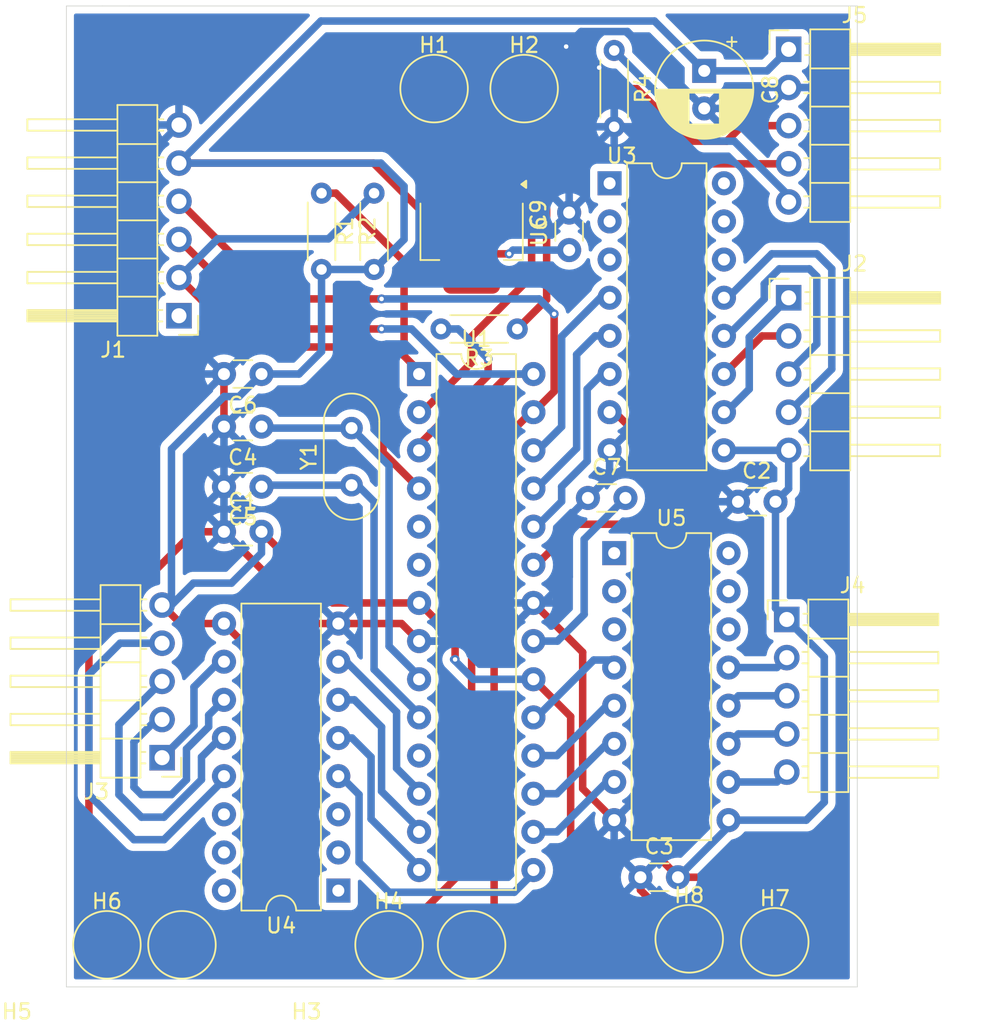
<source format=kicad_pcb>
(kicad_pcb (version 20240108) (generator "pcbnew") (generator_version "8.0")
  (layers (0 "F.Cu" signal) (31 "B.Cu" signal) (34 "B.Paste" user) (35 "F.Paste" user) (36 "B.SilkS" user "B.Silkscreen") (37 "F.SilkS" user "F.Silkscreen") (38 "B.Mask" user) (39 "F.Mask" user) (44 "Edge.Cuts" user))
  (net 0 "")
  (net 1 "+5V")
  (net 2 "GND")
  (net 3 "Net-(U1-XTAL1{slash}PB6)")
  (net 4 "Net-(U1-XTAL2{slash}PB7)")
  (net 5 "Net-(U1-AREF)")
  (net 6 "VCC")
  (net 7 "SDA")
  (net 8 "SCL")
  (net 10 "INT")
  (net 11 "Net-(J2-Pin_1)")
  (net 12 "Net-(J2-Pin_3)")
  (net 13 "Net-(J2-Pin_4)")
  (net 14 "Net-(J2-Pin_2)")
  (net 15 "Net-(J3-Pin_4)")
  (net 16 "Net-(J3-Pin_1)")
  (net 17 "Net-(J3-Pin_2)")
  (net 18 "Net-(J3-Pin_3)")
  (net 19 "Net-(J4-Pin_3)")
  (net 20 "Net-(J4-Pin_4)")
  (net 21 "Net-(J4-Pin_2)")
  (net 22 "Net-(J4-Pin_5)")
  (net 23 "TX")
  (net 24 "Net-(J5-Pin_4)")
  (net 25 "Net-(J5-Pin_5)")
  (net 26 "Net-(U1-~{RESET}{slash}PC6)")
  (net 27 "RX")
  (net 28 "M1_2B")
  (net 30 "M1_1B")
  (net 32 "M3_4B")
  (net 33 "M1_4B")
  (net 34 "M2_4B")
  (net 35 "M2_1B")
  (net 36 "M2_2B")
  (net 37 "M2_3B")
  (net 39 "M3_3B")
  (net 40 "M3_2B")
  (net 41 "M3_1B")
  (net 42 "M1_3B")
  (footprint "Package_DIP:CERDIP-16_W7.62mm_SideBrazed" (layer "F.Cu") (at 210.695 72.8)
    (property "Reference" "U3" (at 0.81 -1.83 0) (layer "F.SilkS"))
    (property "Value" "ULN2003")
    (pad "1" thru_hole rect (at 0 0) (size 1.6 1.6) (drill 0.8) (layers "*.Cu" "*.Mask"))
    (pad "2" thru_hole circle (at 0 2.54) (size 1.6 1.6) (drill 0.8) (layers "*.Cu" "*.Mask"))
    (pad "3" thru_hole circle (at 0 5.08) (size 1.6 1.6) (drill 0.8) (layers "*.Cu" "*.Mask"))
    (pad "4" thru_hole circle (at 0 7.62) (size 1.6 1.6) (drill 0.8) (layers "*.Cu" "*.Mask") (net 33 "M1_4B"))
    (pad "5" thru_hole circle (at 0 10.16) (size 1.6 1.6) (drill 0.8) (layers "*.Cu" "*.Mask") (net 42 "M1_3B"))
    (pad "6" thru_hole circle (at 0 12.7) (size 1.6 1.6) (drill 0.8) (layers "*.Cu" "*.Mask") (net 28 "M1_2B"))
    (pad "7" thru_hole circle (at 0 15.24) (size 1.6 1.6) (drill 0.8) (layers "*.Cu" "*.Mask") (net 30 "M1_1B"))
    (pad "8" thru_hole circle (at 0 17.78) (size 1.6 1.6) (drill 0.8) (layers "*.Cu" "*.Mask") (net 2 "GND"))
    (pad "9" thru_hole circle (at 7.62 17.78) (size 1.6 1.6) (drill 0.8) (layers "*.Cu" "*.Mask") (net 1 "+5V"))
    (pad "10" thru_hole circle (at 7.62 15.24) (size 1.6 1.6) (drill 0.8) (layers "*.Cu" "*.Mask") (net 11 "Net-(J2-Pin_1)"))
    (pad "11" thru_hole circle (at 7.62 12.7) (size 1.6 1.6) (drill 0.8) (layers "*.Cu" "*.Mask") (net 14 "Net-(J2-Pin_2)"))
    (pad "12" thru_hole circle (at 7.62 10.16) (size 1.6 1.6) (drill 0.8) (layers "*.Cu" "*.Mask") (net 12 "Net-(J2-Pin_3)"))
    (pad "13" thru_hole circle (at 7.62 7.62) (size 1.6 1.6) (drill 0.8) (layers "*.Cu" "*.Mask") (net 13 "Net-(J2-Pin_4)"))
    (pad "14" thru_hole circle (at 7.62 5.08) (size 1.6 1.6) (drill 0.8) (layers "*.Cu" "*.Mask"))
    (pad "15" thru_hole circle (at 7.62 2.54) (size 1.6 1.6) (drill 0.8) (layers "*.Cu" "*.Mask"))
    (pad "16" thru_hole circle (at 7.62 0) (size 1.6 1.6) (drill 0.8) (layers "*.Cu" "*.Mask"))
  )
  (footprint "Resistor_THT:R_Axial_DIN0204_L3.6mm_D1.6mm_P5.08mm_Horizontal" (layer "F.Cu") (at 204.54 82.5 180)
    (property "Reference" "R3" (at 2.54 -1.92 180) (layer "F.SilkS"))
    (property "Value" "1k")
    (pad "1" thru_hole circle (at 0 0 180) (size 1.4 1.4) (drill 0.7) (layers "*.Cu" "*.Mask") (net 24 "Net-(J5-Pin_4)"))
    (pad "2" thru_hole oval (at 5.08 0 180) (size 1.4 1.4) (drill 0.7) (layers "*.Cu" "*.Mask") (net 27 "RX"))
  )
  (footprint "Resistor_THT:R_Axial_DIN0204_L3.6mm_D1.6mm_P5.08mm_Horizontal" (layer "F.Cu") (at 211 63.96 -90)
    (property "Reference" "R4" (at 2.54 -1.92 90) (layer "F.SilkS"))
    (property "Value" "2.2k")
    (pad "1" thru_hole circle (at 0 0 270) (size 1.4 1.4) (drill 0.7) (layers "*.Cu" "*.Mask") (net 25 "Net-(J5-Pin_5)"))
    (pad "2" thru_hole oval (at 5.08 0 270) (size 1.4 1.4) (drill 0.7) (layers "*.Cu" "*.Mask") (net 2 "GND"))
  )
  (footprint "TestPoint:TestPoint_Pad_D4.0mm" (layer "F.Cu") (at 182.2 123.5)
    (property "Reference" "H5" (at -11 4.442 0) (layer "F.SilkS"))
    (property "Value" "MountingHole_Pad")
    (pad "1" smd circle (at 0 0) (size 4 4) (layers "F.Cu" "F.Mask") (net 1 "+5V"))
  )
  (footprint "TestPoint:TestPoint_Pad_D4.0mm" (layer "F.Cu") (at 201.5 123.5)
    (property "Reference" "H3" (at -11 4.442 0) (layer "F.SilkS"))
    (property "Value" "MountingHole_Pad")
    (pad "1" smd circle (at 0 0) (size 4 4) (layers "F.Cu" "F.Mask") (net 7 "SDA"))
  )
  (footprint "Resistor_THT:R_Axial_DIN0204_L3.6mm_D1.6mm_P5.08mm_Horizontal" (layer "F.Cu") (at 191.5 73.46 -90)
    (property "Reference" "R2" (at 2.54 -3.07 90) (layer "F.SilkS"))
    (property "Value" "10k")
    (pad "1" thru_hole circle (at 0 0 270) (size 1.4 1.4) (drill 0.7) (layers "*.Cu" "*.Mask") (net 26 "Net-(U1-~{RESET}{slash}PC6)"))
    (pad "2" thru_hole oval (at 5.08 0 270) (size 1.4 1.4) (drill 0.7) (layers "*.Cu" "*.Mask") (net 1 "+5V"))
  )
  (footprint "Capacitor_THT:C_Disc_D3.0mm_W1.6mm_P2.50mm" (layer "F.Cu") (at 209.25 93.75)
    (property "Reference" "C7" (at 1.25 -2.05 0) (layer "F.SilkS"))
    (property "Value" "100nF")
    (pad "1" thru_hole circle (at 0 0) (size 1.6 1.6) (drill 0.8) (layers "*.Cu" "*.Mask") (net 2 "GND"))
    (pad "2" thru_hole circle (at 2.5 0) (size 1.6 1.6) (drill 0.8) (layers "*.Cu" "*.Mask") (net 5 "Net-(U1-AREF)"))
  )
  (footprint "Capacitor_THT:C_Disc_D3.0mm_W1.6mm_P2.50mm" (layer "F.Cu") (at 187.5 85.5 180)
    (property "Reference" "C6" (at 1.25 -2.05 180) (layer "F.SilkS"))
    (property "Value" "100nF")
    (pad "1" thru_hole circle (at 0 0 180) (size 1.6 1.6) (drill 0.8) (layers "*.Cu" "*.Mask") (net 1 "+5V"))
    (pad "2" thru_hole circle (at 2.5 0 180) (size 1.6 1.6) (drill 0.8) (layers "*.Cu" "*.Mask") (net 2 "GND"))
  )
  (footprint "Capacitor_THT:C_Disc_D3.0mm_W1.6mm_P2.50mm" (layer "F.Cu") (at 185 96)
    (property "Reference" "C1" (at 1.25 -2.05 0) (layer "F.SilkS"))
    (property "Value" "100nF")
    (pad "1" thru_hole circle (at 0 0) (size 1.6 1.6) (drill 0.8) (layers "*.Cu" "*.Mask") (net 2 "GND"))
    (pad "2" thru_hole circle (at 2.5 0) (size 1.6 1.6) (drill 0.8) (layers "*.Cu" "*.Mask") (net 1 "+5V"))
  )
  (footprint "TestPoint:TestPoint_Pad_D4.0mm" (layer "F.Cu") (at 196 123.5)
    (property "Reference" "H4" (at 0 -2.898 0) (layer "F.SilkS"))
    (property "Value" "MountingHole_Pad")
    (pad "1" smd circle (at 0 0) (size 4 4) (layers "F.Cu" "F.Mask") (net 8 "SCL"))
  )
  (footprint "TestPoint:TestPoint_Pad_D4.0mm" (layer "F.Cu") (at 216 123.1)
    (property "Reference" "H8" (at 0 -2.898 0) (layer "F.SilkS"))
    (property "Value" "MountingHole_Pad")
    (pad "1" smd circle (at 0 0) (size 4 4) (layers "F.Cu" "F.Mask") (net 2 "GND"))
  )
  (footprint "Connector_PinHeader_2.54mm:PinHeader_1x05_P2.54mm_Horizontal" (layer "F.Cu") (at 222.5 101.84)
    (property "Reference" "J4" (at 4.385 -2.27 0) (layer "F.SilkS"))
    (property "Value" "Conn_01x05_Pin")
    (pad "1" thru_hole rect (at 0 0) (size 1.7 1.7) (drill 1) (layers "*.Cu" "*.Mask") (net 1 "+5V"))
    (pad "2" thru_hole oval (at 0 2.54) (size 1.7 1.7) (drill 1) (layers "*.Cu" "*.Mask") (net 21 "Net-(J4-Pin_2)"))
    (pad "3" thru_hole oval (at 0 5.08) (size 1.7 1.7) (drill 1) (layers "*.Cu" "*.Mask") (net 19 "Net-(J4-Pin_3)"))
    (pad "4" thru_hole oval (at 0 7.62) (size 1.7 1.7) (drill 1) (layers "*.Cu" "*.Mask") (net 20 "Net-(J4-Pin_4)"))
    (pad "5" thru_hole oval (at 0 10.16) (size 1.7 1.7) (drill 1) (layers "*.Cu" "*.Mask") (net 22 "Net-(J4-Pin_5)"))
  )
  (footprint "Package_DIP:CERDIP-16_W7.62mm_SideBrazed" (layer "F.Cu") (at 211 97.42)
    (property "Reference" "U5" (at 3.81 -2.33 0) (layer "F.SilkS"))
    (property "Value" "ULN2003")
    (pad "1" thru_hole rect (at 0 0) (size 1.6 1.6) (drill 0.8) (layers "*.Cu" "*.Mask"))
    (pad "2" thru_hole circle (at 0 2.54) (size 1.6 1.6) (drill 0.8) (layers "*.Cu" "*.Mask"))
    (pad "3" thru_hole circle (at 0 5.08) (size 1.6 1.6) (drill 0.8) (layers "*.Cu" "*.Mask"))
    (pad "4" thru_hole circle (at 0 7.62) (size 1.6 1.6) (drill 0.8) (layers "*.Cu" "*.Mask") (net 32 "M3_4B"))
    (pad "5" thru_hole circle (at 0 10.16) (size 1.6 1.6) (drill 0.8) (layers "*.Cu" "*.Mask") (net 39 "M3_3B"))
    (pad "6" thru_hole circle (at 0 12.7) (size 1.6 1.6) (drill 0.8) (layers "*.Cu" "*.Mask") (net 40 "M3_2B"))
    (pad "7" thru_hole circle (at 0 15.24) (size 1.6 1.6) (drill 0.8) (layers "*.Cu" "*.Mask") (net 41 "M3_1B"))
    (pad "8" thru_hole circle (at 0 17.78) (size 1.6 1.6) (drill 0.8) (layers "*.Cu" "*.Mask") (net 2 "GND"))
    (pad "9" thru_hole circle (at 7.62 17.78) (size 1.6 1.6) (drill 0.8) (layers "*.Cu" "*.Mask") (net 1 "+5V"))
    (pad "10" thru_hole circle (at 7.62 15.24) (size 1.6 1.6) (drill 0.8) (layers "*.Cu" "*.Mask") (net 22 "Net-(J4-Pin_5)"))
    (pad "11" thru_hole circle (at 7.62 12.7) (size 1.6 1.6) (drill 0.8) (layers "*.Cu" "*.Mask") (net 20 "Net-(J4-Pin_4)"))
    (pad "12" thru_hole circle (at 7.62 10.16) (size 1.6 1.6) (drill 0.8) (layers "*.Cu" "*.Mask") (net 19 "Net-(J4-Pin_3)"))
    (pad "13" thru_hole circle (at 7.62 7.62) (size 1.6 1.6) (drill 0.8) (layers "*.Cu" "*.Mask") (net 21 "Net-(J4-Pin_2)"))
    (pad "14" thru_hole circle (at 7.62 5.08) (size 1.6 1.6) (drill 0.8) (layers "*.Cu" "*.Mask"))
    (pad "15" thru_hole circle (at 7.62 2.54) (size 1.6 1.6) (drill 0.8) (layers "*.Cu" "*.Mask"))
    (pad "16" thru_hole circle (at 7.62 0) (size 1.6 1.6) (drill 0.8) (layers "*.Cu" "*.Mask"))
  )
  (footprint "TestPoint:TestPoint_Pad_D4.0mm" (layer "F.Cu") (at 199 66.5)
    (property "Reference" "H1" (at 0 -2.898 0) (layer "F.SilkS"))
    (property "Value" "MountingHole_Pad")
    (pad "1" smd circle (at 0 0) (size 4 4) (layers "F.Cu" "F.Mask") (net 6 "VCC"))
  )
  (footprint "Package_DIP:CERDIP-16_W7.62mm_SideBrazed" (layer "F.Cu") (at 192.62 119.89 180)
    (property "Reference" "U4" (at 3.81 -2.33 180) (layer "F.SilkS"))
    (property "Value" "ULN2003")
    (pad "1" thru_hole rect (at 0 0 180) (size 1.6 1.6) (drill 0.8) (layers "*.Cu" "*.Mask"))
    (pad "2" thru_hole circle (at 0 2.54 180) (size 1.6 1.6) (drill 0.8) (layers "*.Cu" "*.Mask"))
    (pad "3" thru_hole circle (at 0 5.08 180) (size 1.6 1.6) (drill 0.8) (layers "*.Cu" "*.Mask"))
    (pad "4" thru_hole circle (at 0 7.62 180) (size 1.6 1.6) (drill 0.8) (layers "*.Cu" "*.Mask") (net 34 "M2_4B"))
    (pad "5" thru_hole circle (at 0 10.16 180) (size 1.6 1.6) (drill 0.8) (layers "*.Cu" "*.Mask") (net 37 "M2_3B"))
    (pad "6" thru_hole circle (at 0 12.7 180) (size 1.6 1.6) (drill 0.8) (layers "*.Cu" "*.Mask") (net 36 "M2_2B"))
    (pad "7" thru_hole circle (at 0 15.24 180) (size 1.6 1.6) (drill 0.8) (layers "*.Cu" "*.Mask") (net 35 "M2_1B"))
    (pad "8" thru_hole circle (at 0 17.78 180) (size 1.6 1.6) (drill 0.8) (layers "*.Cu" "*.Mask") (net 2 "GND"))
    (pad "9" thru_hole circle (at 7.62 17.78 180) (size 1.6 1.6) (drill 0.8) (layers "*.Cu" "*.Mask") (net 1 "+5V"))
    (pad "10" thru_hole circle (at 7.62 15.24 180) (size 1.6 1.6) (drill 0.8) (layers "*.Cu" "*.Mask") (net 16 "Net-(J3-Pin_1)"))
    (pad "11" thru_hole circle (at 7.62 12.7 180) (size 1.6 1.6) (drill 0.8) (layers "*.Cu" "*.Mask") (net 17 "Net-(J3-Pin_2)"))
    (pad "12" thru_hole circle (at 7.62 10.16 180) (size 1.6 1.6) (drill 0.8) (layers "*.Cu" "*.Mask") (net 18 "Net-(J3-Pin_3)"))
    (pad "13" thru_hole circle (at 7.62 7.62 180) (size 1.6 1.6) (drill 0.8) (layers "*.Cu" "*.Mask") (net 15 "Net-(J3-Pin_4)"))
    (pad "14" thru_hole circle (at 7.62 5.08 180) (size 1.6 1.6) (drill 0.8) (layers "*.Cu" "*.Mask"))
    (pad "15" thru_hole circle (at 7.62 2.54 180) (size 1.6 1.6) (drill 0.8) (layers "*.Cu" "*.Mask"))
    (pad "16" thru_hole circle (at 7.62 0 180) (size 1.6 1.6) (drill 0.8) (layers "*.Cu" "*.Mask"))
  )
  (footprint "Capacitor_THT:C_Disc_D3.0mm_W1.6mm_P2.50mm" (layer "F.Cu") (at 212.75 119)
    (property "Reference" "C3" (at 1.25 -2.05 0) (layer "F.SilkS"))
    (property "Value" "100nF")
    (pad "1" thru_hole circle (at 0 0) (size 1.6 1.6) (drill 0.8) (layers "*.Cu" "*.Mask") (net 2 "GND"))
    (pad "2" thru_hole circle (at 2.5 0) (size 1.6 1.6) (drill 0.8) (layers "*.Cu" "*.Mask") (net 1 "+5V"))
  )
  (footprint "Capacitor_THT:CP_Radial_D6.3mm_P2.50mm" (layer "F.Cu") (at 217 65.317621 -90)
    (property "Reference" "C8" (at 1.25 -4.4 90) (layer "F.SilkS"))
    (property "Value" "10uF")
    (pad "1" thru_hole rect (at 0 0 270) (size 1.6 1.6) (drill 0.8) (layers "*.Cu" "*.Mask") (net 1 "+5V"))
    (pad "2" thru_hole circle (at 2.5 0 270) (size 1.6 1.6) (drill 0.8) (layers "*.Cu" "*.Mask") (net 2 "GND"))
  )
  (footprint "TestPoint:TestPoint_Pad_D4.0mm" (layer "F.Cu") (at 221.7 123.3)
    (property "Reference" "H7" (at 0 -2.898 0) (layer "F.SilkS"))
    (property "Value" "MountingHole_Pad")
    (pad "1" smd circle (at 0 0) (size 4 4) (layers "F.Cu" "F.Mask") (net 1 "+5V"))
  )
  (footprint "Crystal:Crystal_HC52-6mm_Vertical" (layer "F.Cu") (at 193.5 92.9 90)
    (property "Reference" "Y1" (at 1.9 -2.85 -90) (layer "F.SilkS"))
    (property "Value" "Crystal")
    (pad "1" thru_hole circle (at 0 0 90) (size 1.5 1.5) (drill 0.8) (layers "*.Cu" "*.Mask") (net 4 "Net-(U1-XTAL2{slash}PB7)"))
    (pad "2" thru_hole circle (at 3.8 0 90) (size 1.5 1.5) (drill 0.8) (layers "*.Cu" "*.Mask") (net 3 "Net-(U1-XTAL1{slash}PB6)"))
  )
  (footprint "Capacitor_THT:C_Disc_D3.0mm_W1.6mm_P2.50mm" (layer "F.Cu") (at 219.25 94)
    (property "Reference" "C2" (at 1.25 -2.05 0) (layer "F.SilkS"))
    (property "Value" "100nF")
    (pad "1" thru_hole circle (at 0 0) (size 1.6 1.6) (drill 0.8) (layers "*.Cu" "*.Mask") (net 2 "GND"))
    (pad "2" thru_hole circle (at 2.5 0) (size 1.6 1.6) (drill 0.8) (layers "*.Cu" "*.Mask") (net 1 "+5V"))
  )
  (footprint "Package_DIP:DIP-28_W7.62mm" (layer "F.Cu") (at 198 85.5)
    (property "Reference" "U1" (at 3.81 -2.33 0) (layer "F.SilkS"))
    (property "Value" "ATmega328P-P")
    (pad "1" thru_hole rect (at 0 0) (size 1.6 1.6) (drill 0.8) (layers "*.Cu" "*.Mask") (net 26 "Net-(U1-~{RESET}{slash}PC6)"))
    (pad "2" thru_hole oval (at 0 2.54) (size 1.6 1.6) (drill 0.8) (layers "*.Cu" "*.Mask") (net 23 "TX"))
    (pad "3" thru_hole oval (at 0 5.08) (size 1.6 1.6) (drill 0.8) (layers "*.Cu" "*.Mask") (net 27 "RX"))
    (pad "4" thru_hole oval (at 0 7.62) (size 1.6 1.6) (drill 0.8) (layers "*.Cu" "*.Mask") (net 10 "INT"))
    (pad "5" thru_hole oval (at 0 10.16) (size 1.6 1.6) (drill 0.8) (layers "*.Cu" "*.Mask"))
    (pad "6" thru_hole oval (at 0 12.7) (size 1.6 1.6) (drill 0.8) (layers "*.Cu" "*.Mask"))
    (pad "7" thru_hole oval (at 0 15.24) (size 1.6 1.6) (drill 0.8) (layers "*.Cu" "*.Mask") (net 1 "+5V"))
    (pad "8" thru_hole oval (at 0 17.78) (size 1.6 1.6) (drill 0.8) (layers "*.Cu" "*.Mask") (net 2 "GND"))
    (pad "9" thru_hole oval (at 0 20.32) (size 1.6 1.6) (drill 0.8) (layers "*.Cu" "*.Mask") (net 3 "Net-(U1-XTAL1{slash}PB6)"))
    (pad "10" thru_hole oval (at 0 22.86) (size 1.6 1.6) (drill 0.8) (layers "*.Cu" "*.Mask") (net 4 "Net-(U1-XTAL2{slash}PB7)"))
    (pad "11" thru_hole oval (at 0 25.4) (size 1.6 1.6) (drill 0.8) (layers "*.Cu" "*.Mask"))
    (pad "12" thru_hole oval (at 0 27.94) (size 1.6 1.6) (drill 0.8) (layers "*.Cu" "*.Mask") (net 35 "M2_1B"))
    (pad "13" thru_hole oval (at 0 30.48) (size 1.6 1.6) (drill 0.8) (layers "*.Cu" "*.Mask") (net 36 "M2_2B"))
    (pad "14" thru_hole oval (at 0 33.02) (size 1.6 1.6) (drill 0.8) (layers "*.Cu" "*.Mask") (net 37 "M2_3B"))
    (pad "15" thru_hole oval (at 7.62 33.02) (size 1.6 1.6) (drill 0.8) (layers "*.Cu" "*.Mask") (net 34 "M2_4B"))
    (pad "16" thru_hole oval (at 7.62 30.48) (size 1.6 1.6) (drill 0.8) (layers "*.Cu" "*.Mask") (net 41 "M3_1B"))
    (pad "17" thru_hole oval (at 7.62 27.94) (size 1.6 1.6) (drill 0.8) (layers "*.Cu" "*.Mask") (net 40 "M3_2B"))
    (pad "18" thru_hole oval (at 7.62 25.4) (size 1.6 1.6) (drill 0.8) (layers "*.Cu" "*.Mask") (net 39 "M3_3B"))
    (pad "19" thru_hole oval (at 7.62 22.86) (size 1.6 1.6) (drill 0.8) (layers "*.Cu" "*.Mask") (net 32 "M3_4B"))
    (pad "20" thru_hole oval (at 7.62 20.32) (size 1.6 1.6) (drill 0.8) (layers "*.Cu" "*.Mask") (net 1 "+5V"))
    (pad "21" thru_hole oval (at 7.62 17.78) (size 1.6 1.6) (drill 0.8) (layers "*.Cu" "*.Mask") (net 5 "Net-(U1-AREF)"))
    (pad "22" thru_hole oval (at 7.62 15.24) (size 1.6 1.6) (drill 0.8) (layers "*.Cu" "*.Mask") (net 2 "GND"))
    (pad "23" thru_hole oval (at 7.62 12.7) (size 1.6 1.6) (drill 0.8) (layers "*.Cu" "*.Mask") (net 30 "M1_1B"))
    (pad "24" thru_hole oval (at 7.62 10.16) (size 1.6 1.6) (drill 0.8) (layers "*.Cu" "*.Mask") (net 28 "M1_2B"))
    (pad "25" thru_hole oval (at 7.62 7.62) (size 1.6 1.6) (drill 0.8) (layers "*.Cu" "*.Mask") (net 42 "M1_3B"))
    (pad "26" thru_hole oval (at 7.62 5.08) (size 1.6 1.6) (drill 0.8) (layers "*.Cu" "*.Mask") (net 33 "M1_4B"))
    (pad "27" thru_hole oval (at 7.62 2.54) (size 1.6 1.6) (drill 0.8) (layers "*.Cu" "*.Mask") (net 7 "SDA"))
    (pad "28" thru_hole oval (at 7.62 0) (size 1.6 1.6) (drill 0.8) (layers "*.Cu" "*.Mask") (net 8 "SCL"))
  )
  (footprint "Connector_PinHeader_2.54mm:PinHeader_1x05_P2.54mm_Horizontal" (layer "F.Cu") (at 222.625 63.885)
    (property "Reference" "J5" (at 4.385 -2.27 0) (layer "F.SilkS"))
    (property "Value" "Conn_01x05_Pin")
    (pad "1" thru_hole rect (at 0 0) (size 1.7 1.7) (drill 1) (layers "*.Cu" "*.Mask") (net 1 "+5V"))
    (pad "2" thru_hole oval (at 0 2.54) (size 1.7 1.7) (drill 1) (layers "*.Cu" "*.Mask") (net 2 "GND"))
    (pad "3" thru_hole oval (at 0 5.08) (size 1.7 1.7) (drill 1) (layers "*.Cu" "*.Mask") (net 23 "TX"))
    (pad "4" thru_hole oval (at 0 7.62) (size 1.7 1.7) (drill 1) (layers "*.Cu" "*.Mask") (net 24 "Net-(J5-Pin_4)"))
    (pad "5" thru_hole oval (at 0 10.16) (size 1.7 1.7) (drill 1) (layers "*.Cu" "*.Mask") (net 25 "Net-(J5-Pin_5)"))
  )
  (footprint "Resistor_THT:R_Axial_DIN0204_L3.6mm_D1.6mm_P5.08mm_Horizontal" (layer "F.Cu") (at 195 78.54 90)
    (property "Reference" "R1" (at 2.54 -1.92 -90) (layer "F.SilkS"))
    (property "Value" "10k")
    (pad "1" thru_hole circle (at 0 0 90) (size 1.4 1.4) (drill 0.7) (layers "*.Cu" "*.Mask") (net 1 "+5V"))
    (pad "2" thru_hole oval (at 5.08 0 90) (size 1.4 1.4) (drill 0.7) (layers "*.Cu" "*.Mask") (net 10 "INT"))
  )
  (footprint "Connector_PinHeader_2.54mm:PinHeader_1x06_P2.54mm_Horizontal" (layer "F.Cu") (at 182 81.62 180)
    (property "Reference" "J1" (at 4.385 -2.27 180) (layer "F.SilkS"))
    (property "Value" "Conn_01x06_Pin")
    (pad "1" thru_hole rect (at 0 0 180) (size 1.7 1.7) (drill 1) (layers "*.Cu" "*.Mask"))
    (pad "2" thru_hole oval (at 0 2.54 180) (size 1.7 1.7) (drill 1) (layers "*.Cu" "*.Mask") (net 10 "INT"))
    (pad "3" thru_hole oval (at 0 5.08 180) (size 1.7 1.7) (drill 1) (layers "*.Cu" "*.Mask") (net 8 "SCL"))
    (pad "4" thru_hole oval (at 0 7.62 180) (size 1.7 1.7) (drill 1) (layers "*.Cu" "*.Mask") (net 7 "SDA"))
    (pad "5" thru_hole oval (at 0 10.16 180) (size 1.7 1.7) (drill 1) (layers "*.Cu" "*.Mask") (net 1 "+5V"))
    (pad "6" thru_hole oval (at 0 12.7 180) (size 1.7 1.7) (drill 1) (layers "*.Cu" "*.Mask") (net 2 "GND"))
  )
  (footprint "Package_TO_SOT_SMD:SOT-223-3_TabPin2" (layer "F.Cu") (at 201.5 76 -90)
    (property "Reference" "U6" (at 0 -4.5 90) (layer "F.SilkS"))
    (property "Value" "AMS1117")
    (pad "1" smd roundrect (at -3.15 -2.3 270) (size 2 1.5) (layers "F.Cu" "F.Paste" "F.Mask") (net 2 "GND"))
    (pad "2" smd roundrect (at -3.15 0 270) (size 2 1.5) (layers "F.Cu" "F.Paste" "F.Mask") (net 1 "+5V"))
    (pad "2" smd roundrect (at 3.15 0 270) (size 2 3.8) (layers "F.Cu" "F.Paste" "F.Mask") (net 1 "+5V"))
    (pad "3" smd roundrect (at -3.15 2.3 270) (size 2 1.5) (layers "F.Cu" "F.Paste" "F.Mask") (net 6 "VCC"))
  )
  (footprint "Capacitor_THT:C_Disc_D3.0mm_W1.6mm_P2.50mm" (layer "F.Cu") (at 187.5 93 180)
    (property "Reference" "C5" (at 1.25 -2.05 180) (layer "F.SilkS"))
    (property "Value" "22pF")
    (pad "1" thru_hole circle (at 0 0 180) (size 1.6 1.6) (drill 0.8) (layers "*.Cu" "*.Mask") (net 4 "Net-(U1-XTAL2{slash}PB7)"))
    (pad "2" thru_hole circle (at 2.5 0 180) (size 1.6 1.6) (drill 0.8) (layers "*.Cu" "*.Mask") (net 2 "GND"))
  )
  (footprint "Connector_PinHeader_2.54mm:PinHeader_1x05_P2.54mm_Horizontal" (layer "F.Cu") (at 222.625 80.425)
    (property "Reference" "J2" (at 4.385 -2.27 0) (layer "F.SilkS"))
    (property "Value" "Conn_01x05_Pin")
    (pad "1" thru_hole rect (at 0 0) (size 1.7 1.7) (drill 1) (layers "*.Cu" "*.Mask") (net 11 "Net-(J2-Pin_1)"))
    (pad "2" thru_hole oval (at 0 2.54) (size 1.7 1.7) (drill 1) (layers "*.Cu" "*.Mask") (net 14 "Net-(J2-Pin_2)"))
    (pad "3" thru_hole oval (at 0 5.08) (size 1.7 1.7) (drill 1) (layers "*.Cu" "*.Mask") (net 12 "Net-(J2-Pin_3)"))
    (pad "4" thru_hole oval (at 0 7.62) (size 1.7 1.7) (drill 1) (layers "*.Cu" "*.Mask") (net 13 "Net-(J2-Pin_4)"))
    (pad "5" thru_hole oval (at 0 10.16) (size 1.7 1.7) (drill 1) (layers "*.Cu" "*.Mask") (net 1 "+5V"))
  )
  (footprint "TestPoint:TestPoint_Pad_D4.0mm" (layer "F.Cu") (at 205 66.5)
    (property "Reference" "H2" (at 0 -2.898 0) (layer "F.SilkS"))
    (property "Value" "MountingHole_Pad")
    (pad "1" smd circle (at 0 0) (size 4 4) (layers "F.Cu" "F.Mask") (net 2 "GND"))
  )
  (footprint "Capacitor_THT:C_Disc_D3.0mm_W1.6mm_P2.50mm" (layer "F.Cu") (at 208 77.25 90)
    (property "Reference" "C9" (at 2.4 -2.05 -90) (layer "F.SilkS"))
    (property "Value" "100nF")
    (pad "1" thru_hole circle (at 0 0 90) (size 1.6 1.6) (drill 0.8) (layers "*.Cu" "*.Mask") (net 1 "+5V"))
    (pad "2" thru_hole circle (at 2.5 0 90) (size 1.6 1.6) (drill 0.8) (layers "*.Cu" "*.Mask") (net 2 "GND"))
  )
  (footprint "TestPoint:TestPoint_Pad_D4.0mm" (layer "F.Cu") (at 177.2 123.5)
    (property "Reference" "H6" (at 0 -2.898 0) (layer "F.SilkS"))
    (property "Value" "MountingHole_Pad")
    (pad "1" smd circle (at 0 0) (size 4 4) (layers "F.Cu" "F.Mask") (net 2 "GND"))
  )
  (footprint "Connector_PinHeader_2.54mm:PinHeader_1x05_P2.54mm_Horizontal" (layer "F.Cu") (at 180.875 111.04 180)
    (property "Reference" "J3" (at 4.385 -2.27 180) (layer "F.SilkS"))
    (property "Value" "Conn_01x05_Pin")
    (pad "1" thru_hole rect (at 0 0 180) (size 1.7 1.7) (drill 1) (layers "*.Cu" "*.Mask") (net 16 "Net-(J3-Pin_1)"))
    (pad "2" thru_hole oval (at 0 2.54 180) (size 1.7 1.7) (drill 1) (layers "*.Cu" "*.Mask") (net 17 "Net-(J3-Pin_2)"))
    (pad "3" thru_hole oval (at 0 5.08 180) (size 1.7 1.7) (drill 1) (layers "*.Cu" "*.Mask") (net 18 "Net-(J3-Pin_3)"))
    (pad "4" thru_hole oval (at 0 7.62 180) (size 1.7 1.7) (drill 1) (layers "*.Cu" "*.Mask") (net 15 "Net-(J3-Pin_4)"))
    (pad "5" thru_hole oval (at 0 10.16 180) (size 1.7 1.7) (drill 1) (layers "*.Cu" "*.Mask") (net 1 "+5V"))
  )
  (footprint "Capacitor_THT:C_Disc_D3.0mm_W1.6mm_P2.50mm" (layer "F.Cu") (at 187.5 89 180)
    (property "Reference" "C4" (at 1.25 -2.05 180) (layer "F.SilkS"))
    (property "Value" "22pF")
    (pad "1" thru_hole circle (at 0 0 180) (size 1.6 1.6) (drill 0.8) (layers "*.Cu" "*.Mask") (net 3 "Net-(U1-XTAL1{slash}PB6)"))
    (pad "2" thru_hole circle (at 2.5 0 180) (size 1.6 1.6) (drill 0.8) (layers "*.Cu" "*.Mask") (net 2 "GND"))
  )
  (gr_line (start 227.2 61) (end 178.7 61) (stroke (width 0.05)) (layer "Edge.Cuts"))
  (gr_line (start 178.7 61) (end 176.9 61) (stroke (width 0.05)) (layer "Edge.Cuts"))
  (gr_line (start 174.5 126.3) (end 227.2 126.3) (stroke (width 0.05)) (layer "Edge.Cuts"))
  (gr_line (start 174.5 61) (end 174.5 126.3) (stroke (width 0.05)) (layer "Edge.Cuts"))
  (gr_line (start 227.2 126.3) (end 227.2 61) (stroke (width 0.05)) (layer "Edge.Cuts"))
  (gr_line (start 176.9 61) (end 174.5 61) (stroke (width 0.05)) (layer "Edge.Cuts"))
  (segment (start 221.7 123.3) (end 217.4 119) (width 0.5) (layer "F.Cu") (net 1))
  (segment (start 182.105 102.11) (end 180.875 100.88) (width 0.5) (layer "F.Cu") (net 1))
  (segment (start 213.7 117.4) (end 215.25 118.95) (width 0.5) (layer "F.Cu") (net 1))
  (segment (start 185 102.11) (end 188.2 105.31) (width 0.5) (layer "F.Cu") (net 1))
  (segment (start 201.5 72.85) (end 199.35 75) (width 0.5) (layer "F.Cu") (net 1))
  (segment (start 215.25 118.95) (end 215.25 119) (width 0.5) (layer "F.Cu") (net 1))
  (segment (start 192.24 100.74) (end 187.5 96) (width 0.5) (layer "F.Cu") (net 1))
  (segment (start 188.2 119.8) (end 185 123) (width 0.5) (layer "F.Cu") (net 1))
  (segment (start 198.5 75) (end 194.96 71.46) (width 0.5) (layer "F.Cu") (net 1))
  (segment (start 204 77.5) (end 203.15 77.5) (width 0.5) (layer "F.Cu") (net 1))
  (segment (start 185 102.11) (end 182.105 102.11) (width 0.5) (layer "F.Cu") (net 1))
  (segment (start 208.1 108.3) (end 208.1 116.3) (width 0.5) (layer "F.Cu") (net 1))
  (segment (start 199.35 75) (end 198.5 75) (width 0.5) (layer "F.Cu") (net 1))
  (segment (start 201.5 72.85) (end 201.5 79.15) (width 0.5) (layer "F.Cu") (net 1))
  (segment (start 188.2 105.31) (end 188.2 119.8) (width 0.5) (layer "F.Cu") (net 1))
  (segment (start 200.4 103.14) (end 200.4 104.5) (width 0.5) (layer "F.Cu") (net 1))
  (segment (start 209.2 117.4) (end 213.7 117.4) (width 0.5) (layer "F.Cu") (net 1))
  (segment (start 203.15 77.5) (end 201.5 79.15) (width 0.5) (layer "F.Cu") (net 1))
  (segment (start 185 123) (end 181.5 123) (width 0.5) (layer "F.Cu") (net 1))
  (segment (start 208.1 116.3) (end 209.2 117.4) (width 0.5) (layer "F.Cu") (net 1))
  (segment (start 217.4 119) (end 215.25 119) (width 0.5) (layer "F.Cu") (net 1))
  (segment (start 194.96 71.46) (end 182 71.46) (width 0.5) (layer "F.Cu") (net 1))
  (segment (start 198 100.74) (end 192.24 100.74) (width 0.5) (layer "F.Cu") (net 1))
  (segment (start 198 100.74) (end 200.4 103.14) (width 0.5) (layer "F.Cu") (net 1))
  (segment (start 205.62 105.82) (end 208.1 108.3) (width 0.5) (layer "F.Cu") (net 1))
  (via (at 204 77.5) (size 0.6) (drill 0.3) (layers "F.Cu" "B.Cu") (net 1))
  (via (at 200.4 104.5) (size 0.6) (drill 0.3) (layers "F.Cu" "B.Cu") (net 1))
  (segment (start 223.8 115.2) (end 218.62 115.2) (width 0.5) (layer "B.Cu") (net 1))
  (segment (start 200.4 104.6) (end 200.4 104.5) (width 0.5) (layer "B.Cu") (net 1))
  (segment (start 218.315 90.58) (end 222.62 90.58) (width 0.5) (layer "B.Cu") (net 1))
  (segment (start 186 87) (end 187.5 85.5) (width 0.5) (layer "B.Cu") (net 1))
  (segment (start 185 87) (end 186 87) (width 0.5) (layer "B.Cu") (net 1))
  (segment (start 225 104.34) (end 225 114) (width 0.5) (layer "B.Cu") (net 1))
  (segment (start 181.5 90.5) (end 185 87) (width 0.5) (layer "B.Cu") (net 1))
  (segment (start 222.625 93.125) (end 221.75 94) (width 0.5) (layer "B.Cu") (net 1))
  (segment (start 217 65.317621) (end 213.682379 62) (width 0.5) (layer "B.Cu") (net 1))
  (segment (start 191.5 84) (end 190 85.5) (width 0.5) (layer "B.Cu") (net 1))
  (segment (start 221.75 94) (end 221.75 101.09) (width 0.5) (layer "B.Cu") (net 1))
  (segment (start 222.5 101.84) (end 225 104.34) (width 0.5) (layer "B.Cu") (net 1))
  (segment (start 222.625 90.585) (end 222.625 93.125) (width 0.5) (layer "B.Cu") (net 1))
  (segment (start 217 65.317621) (end 221.192379 65.317621) (width 0.5) (layer "B.Cu") (net 1))
  (segment (start 204.25 77.25) (end 204 77.5) (width 0.5) (layer "B.Cu") (net 1))
  (segment (start 190 85.5) (end 187.5 85.5) (width 0.5) (layer "B.Cu") (net 1))
  (segment (start 187.5 96) (end 187.5 97.42) (width 0.5) (layer "B.Cu") (net 1))
  (segment (start 197 76.54) (end 195 78.54) (width 0.5) (layer "B.Cu") (net 1))
  (segment (start 185.5 99.42) (end 182.96 99.42) (width 0.5) (layer "B.Cu") (net 1))
  (segment (start 191.5 78.54) (end 191.5 84) (width 0.5) (layer "B.Cu") (net 1))
  (segment (start 213.682379 62) (end 191.46 62) (width 0.5) (layer "B.Cu") (net 1))
  (segment (start 221.192379 65.317621) (end 222.625 63.885) (width 0.5) (layer "B.Cu") (net 1))
  (segment (start 187.5 97.42) (end 185.5 99.42) (width 0.5) (layer "B.Cu") (net 1))
  (segment (start 223.8 115.2) (end 225 114) (width 0.5) (layer "B.Cu") (net 1))
  (segment (start 205.62 105.82) (end 201.62 105.82) (width 0.5) (layer "B.Cu") (net 1))
  (segment (start 181.5 100.88) (end 181.5 90.5) (width 0.5) (layer "B.Cu") (net 1))
  (segment (start 200.3 104.5) (end 200.4 104.6) (width 0.5) (layer "B.Cu") (net 1))
  (segment (start 200.4 104.5) (end 200.3 104.5) (width 0.5) (layer "B.Cu") (net 1))
  (segment (start 191.5 78.54) (end 195 78.54) (width 0.5) (layer "B.Cu") (net 1))
  (segment (start 195.46 71.46) (end 197 73) (width 0.5) (layer "B.Cu") (net 1))
  (segment (start 182 71.46) (end 195.46 71.46) (width 0.5) (layer "B.Cu") (net 1))
  (segment (start 191.46 62) (end 182 71.46) (width 0.5) (layer "B.Cu") (net 1))
  (segment (start 218.62 115.63) (end 215.25 119) (width 0.5) (layer "B.Cu") (net 1))
  (segment (start 208 77.25) (end 204.25 77.25) (width 0.5) (layer "B.Cu") (net 1))
  (segment (start 201.62 105.82) (end 200.4 104.6) (width 0.5) (layer "B.Cu") (net 1))
  (segment (start 221.75 101.09) (end 222.5 101.84) (width 0.5) (layer "B.Cu") (net 1))
  (segment (start 182.96 99.42) (end 181.5 100.88) (width 0.5) (layer "B.Cu") (net 1))
  (segment (start 197 73) (end 197 76.54) (width 0.5) (layer "B.Cu") (net 1))
  (segment (start 191.11 102.11) (end 192.62 102.11) (width 0.5) (layer "F.Cu") (net 2))
  (segment (start 205 66.5) (end 207.8 63.7) (width 0.5) (layer "F.Cu") (net 2))
  (segment (start 208.9 104.02) (end 208.9 113.1) (width 0.5) (layer "F.Cu") (net 2))
  (segment (start 176 103) (end 183 96) (width 0.5) (layer "F.Cu") (net 2))
  (segment (start 212.75 119.85) (end 212.75 119) (width 0.5) (layer "F.Cu") (net 2))
  (segment (start 205.62 100.74) (end 208.9 104.02) (width 0.5) (layer "F.Cu") (net 2))
  (segment (start 210 65.1) (end 206.4 65.1) (width 0.5) (layer "F.Cu") (net 2))
  (segment (start 183 96) (end 185 96) (width 0.5) (layer "F.Cu") (net 2))
  (segment (start 208.9 113.1) (end 211 115.2) (width 0.5) (layer "F.Cu") (net 2))
  (segment (start 196.83 102.11) (end 198 103.28) (width 0.5) (layer "F.Cu") (net 2))
  (segment (start 192.62 102.11) (end 196.83 102.11) (width 0.5) (layer "F.Cu") (net 2))
  (segment (start 185 96) (end 191.11 102.11) (width 0.5) (layer "F.Cu") (net 2))
  (segment (start 203.8 72.85) (end 203.8 67.7) (width 0.5) (layer "F.Cu") (net 2))
  (segment (start 185 85.5) (end 185 89) (width 0.5) (layer "F.Cu") (net 2))
  (segment (start 176 123) (end 176 103) (width 0.5) (layer "F.Cu") (net 2))
  (segment (start 206.4 65.1) (end 205 66.5) (width 0.5) (layer "F.Cu") (net 2))
  (segment (start 216 123.1) (end 212.75 119.85) (width 0.5) (layer "F.Cu") (net 2))
  (via (at 210 65.1) (size 0.6) (drill 0.3) (layers "F.Cu" "B.Cu") (net 2))
  (via (at 207.8 63.7) (size 0.6) (drill 0.3) (layers "F.Cu" "B.Cu") (net 2))
  (segment (start 185 85.5) (end 183.1 85.5) (width 0.5) (layer "B.Cu") (net 2))
  (segment (start 219.25 94) (end 214.115 94) (width 0.5) (layer "B.Cu") (net 2))
  (segment (start 183.1 85.5) (end 179.6 82) (width 0.5) (layer "B.Cu") (net 2))
  (segment (start 208 72.04) (end 208 74.75) (width 0.5) (layer "B.Cu") (net 2))
  (segment (start 210.695 90.58) (end 210.695 92.305) (width 0.5) (layer "B.Cu") (net 2))
  (segment (start 210.695 92.305) (end 209.25 93.75) (width 0.5) (layer "B.Cu") (net 2))
  (segment (start 211.882379 62.7) (end 208.8 62.7) (width 0.5) (layer "B.Cu") (net 2))
  (segment (start 198.2 103.28) (end 203.28 103.28) (width 0.5) (layer "B.Cu") (net 2))
  (segment (start 208 95) (end 208 99) (width 0.5) (layer "B.Cu") (net 2))
  (segment (start 209.25 93.75) (end 208 95) (width 0.5) (layer "B.Cu") (net 2))
  (segment (start 221.232379 67.817621) (end 222.625 66.425) (width 0.5) (layer "B.Cu") (net 2))
  (segment (start 179.6 71.32) (end 182 68.92) (width 0.5) (layer "B.Cu") (net 2))
  (segment (start 211 69.04) (end 208 72.04) (width 0.5) (layer "B.Cu") (net 2))
  (segment (start 217 67.817621) (end 211.882379 62.7) (width 0.5) (layer "B.Cu") (net 2))
  (segment (start 203.28 103.28) (end 205.82 100.74) (width 0.5) (layer "B.Cu") (net 2))
  (segment (start 213.7 87.575) (end 213.7 71.1) (width 0.5) (layer "B.Cu") (net 2))
  (segment (start 211 66.1) (end 210 65.1) (width 0.5) (layer "B.Cu") (net 2))
  (segment (start 179.6 82) (end 179.6 71.32) (width 0.5) (layer "B.Cu") (net 2))
  (segment (start 211 115.2) (end 211 117.25) (width 0.5) (layer "B.Cu") (net 2))
  (segment (start 210.695 90.58) (end 213.7 87.575) (width 0.5) (layer "B.Cu") (net 2))
  (segment (start 211 69.04) (end 211 66.1) (width 0.5) (layer "B.Cu") (net 2))
  (segment (start 185 89) (end 185 93) (width 0.5) (layer "B.Cu") (net 2))
  (segment (start 208.8 62.7) (end 207.8 63.7) (width 0.5) (layer "B.Cu") (net 2))
  (segment (start 185 93) (end 185 96) (width 0.5) (layer "B.Cu") (net 2))
  (segment (start 213.7 71.1) (end 211.64 69.04) (width 0.5) (layer "B.Cu") (net 2))
  (segment (start 211.64 69.04) (end 211 69.04) (width 0.5) (layer "B.Cu") (net 2))
  (segment (start 217 67.817621) (end 221.232379 67.817621) (width 0.5) (layer "B.Cu") (net 2))
  (segment (start 214.115 94) (end 210.695 90.58) (width 0.5) (layer "B.Cu") (net 2))
  (segment (start 211 117.25) (end 212.75 119) (width 0.5) (layer "B.Cu") (net 2))
  (segment (start 208 99) (end 206.26 100.74) (width 0.5) (layer "B.Cu") (net 2))
  (segment (start 196 91.6) (end 193.5 89.1) (width 0.5) (layer "B.Cu") (net 3))
  (segment (start 196 103.62) (end 196 91.6) (width 0.5) (layer "B.Cu") (net 3))
  (segment (start 193.5 89.1) (end 187.6 89.1) (width 0.5) (layer "B.Cu") (net 3))
  (segment (start 198.2 105.82) (end 196 103.62) (width 0.5) (layer "B.Cu") (net 3))
  (segment (start 193.9 92.9) (end 195 94) (width 0.5) (layer "B.Cu") (net 4))
  (segment (start 195 105.16) (end 198.2 108.36) (width 0.5) (layer "B.Cu") (net 4))
  (segment (start 193.5 92.9) (end 187.6 92.9) (width 0.5) (layer "B.Cu") (net 4))
  (segment (start 195 94) (end 195 105.16) (width 0.5) (layer "B.Cu") (net 4))
  (segment (start 211.75 93.75) (end 209 96.5) (width 0.5) (layer "B.Cu") (net 5))
  (segment (start 209 101.5) (end 207.22 103.28) (width 0.5) (layer "B.Cu") (net 5))
  (segment (start 207.22 103.28) (end 205.82 103.28) (width 0.5) (layer "B.Cu") (net 5))
  (segment (start 209 96.5) (end 209 101.5) (width 0.5) (layer "B.Cu") (net 5))
  (segment (start 199 66.5) (end 199 72.65) (width 0.5) (layer "F.Cu") (net 6))
  (segment (start 188.5 80.5) (end 195.5 80.5) (width 0.5) (layer "F.Cu") (net 7))
  (segment (start 203 90.5) (end 205.46 88.04) (width 0.5) (layer "F.Cu") (net 7))
  (segment (start 207 81.5) (end 207 86.66) (width 0.5) (layer "F.Cu") (net 7))
  (segment (start 207 86.66) (end 205.62 88.04) (width 0.5) (layer "F.Cu") (net 7))
  (segment (start 201.5 123.5) (end 203 122) (width 0.5) (layer "F.Cu") (net 7))
  (segment (start 182 74) (end 188.5 80.5) (width 0.5) (layer "F.Cu") (net 7))
  (segment (start 205.46 88.04) (end 205.82 88.04) (width 0.5) (layer "F.Cu") (net 7))
  (segment (start 203 122) (end 203 90.5) (width 0.5) (layer "F.Cu") (net 7))
  (via (at 195.5 80.5) (size 0.6) (drill 0.3) (layers "F.Cu" "B.Cu") (net 7))
  (via (at 207 81.5) (size 0.6) (drill 0.3) (layers "F.Cu" "B.Cu") (net 7))
  (segment (start 206 80.5) (end 206.5 81) (width 0.5) (layer "B.Cu") (net 7))
  (segment (start 206.5 81) (end 207 81.5) (width 0.5) (layer "B.Cu") (net 7))
  (segment (start 195.5 80.5) (end 206 80.5) (width 0.5) (layer "B.Cu") (net 7))
  (segment (start 182 76.54) (end 187.96 82.5) (width 0.5) (layer "F.Cu") (net 8))
  (segment (start 187.96 82.5) (end 195.5 82.5) (width 0.5) (layer "F.Cu") (net 8))
  (segment (start 204 85.5) (end 205.82 85.5) (width 0.5) (layer "F.Cu") (net 8))
  (segment (start 201.5 88) (end 204 85.5) (width 0.5) (layer "F.Cu") (net 8))
  (segment (start 196 123.5) (end 201.5 118) (width 0.5) (layer "F.Cu") (net 8))
  (segment (start 201.5 118) (end 201.5 88) (width 0.5) (layer "F.Cu") (net 8))
  (via (at 195.5 82.5) (size 0.6) (drill 0.3) (layers "F.Cu" "B.Cu") (net 8))
  (segment (start 197.5 82.5) (end 200.5 85.5) (width 0.5) (layer "B.Cu") (net 8))
  (segment (start 200.5 85.5) (end 205.82 85.5) (width 0.5) (layer "B.Cu") (net 8))
  (segment (start 195.5 82.5) (end 197.5 82.5) (width 0.5) (layer "B.Cu") (net 8))
  (segment (start 193.3 83.7) (end 186.62 83.7) (width 0.5) (layer "F.Cu") (net 10))
  (segment (start 195.6 86) (end 193.3 83.7) (width 0.5) (layer "F.Cu") (net 10))
  (segment (start 198 93.12) (end 195.6 90.72) (width 0.5) (layer "F.Cu") (net 10))
  (segment (start 186.62 83.7) (end 182 79.08) (width 0.5) (layer "F.Cu") (net 10))
  (segment (start 195.6 90.72) (end 195.6 86) (width 0.5) (layer "F.Cu") (net 10))
  (segment (start 195 73.46) (end 191.96 76.5) (width 0.5) (layer "B.Cu") (net 10))
  (segment (start 191.96 76.5) (end 184.58 76.5) (width 0.5) (layer "B.Cu") (net 10))
  (segment (start 184.58 76.5) (end 182 79.08) (width 0.5) (layer "B.Cu") (net 10))
  (segment (start 220 83.05) (end 222.625 80.425) (width 0.5) (layer "B.Cu") (net 11))
  (segment (start 220 86.5) (end 220 83.05) (width 0.5) (layer "B.Cu") (net 11))
  (segment (start 218.46 88.04) (end 220 86.5) (width 0.5) (layer "B.Cu") (net 11))
  (segment (start 221 79.5) (end 221 80.5) (width 0.5) (layer "B.Cu") (net 12))
  (segment (start 222.5 85.5) (end 224.5 83.5) (width 0.5) (layer "B.Cu") (net 12))
  (segment (start 224.5 83.5) (end 224.5 79) (width 0.5) (layer "B.Cu") (net 12))
  (segment (start 222 78.5) (end 221 79.5) (width 0.5) (layer "B.Cu") (net 12))
  (segment (start 224 78.5) (end 222 78.5) (width 0.5) (layer "B.Cu") (net 12))
  (segment (start 224.5 79) (end 224 78.5) (width 0.5) (layer "B.Cu") (net 12))
  (segment (start 221 80.5) (end 218.54 82.96) (width 0.5) (layer "B.Cu") (net 12))
  (segment (start 221.5 77.5) (end 224.5 77.5) (width 0.5) (layer "B.Cu") (net 13))
  (segment (start 224.5 77.5) (end 225.5 78.5) (width 0.5) (layer "B.Cu") (net 13))
  (segment (start 225.5 78.5) (end 225.5 85.17) (width 0.5) (layer "B.Cu") (net 13))
  (segment (start 218.58 80.42) (end 221.5 77.5) (width 0.5) (layer "B.Cu") (net 13))
  (segment (start 225.5 85.17) (end 222.625 88.045) (width 0.5) (layer "B.Cu") (net 13))
  (segment (start 220.85 82.965) (end 218.315 85.5) (width 0.5) (layer "F.Cu") (net 14))
  (segment (start 222.625 82.965) (end 220.85 82.965) (width 0.5) (layer "F.Cu") (net 14))
  (segment (start 176 113.5) (end 176 105.5) (width 0.5) (layer "B.Cu") (net 15))
  (segment (start 181 116.5) (end 179 116.5) (width 0.5) (layer "B.Cu") (net 15))
  (segment (start 185 112.5) (end 181 116.5) (width 0.5) (layer "B.Cu") (net 15))
  (segment (start 176 105.5) (end 178.08 103.42) (width 0.5) (layer "B.Cu") (net 15))
  (segment (start 178.08 103.42) (end 180.875 103.42) (width 0.5) (layer "B.Cu") (net 15))
  (segment (start 179 116.5) (end 176 113.5) (width 0.5) (layer "B.Cu") (net 15))
  (segment (start 180.875 111.04) (end 183 108.915) (width 0.5) (layer "B.Cu") (net 16))
  (segment (start 183 108.915) (end 183 106.335) (width 0.5) (layer "B.Cu") (net 16))
  (segment (start 183 106.335) (end 184.685 104.65) (width 0.5) (layer "B.Cu") (net 16))
  (segment (start 179 110) (end 179 113) (width 0.5) (layer "B.Cu") (net 17))
  (segment (start 183.981117 108.981116) (end 183.981117 108.208883) (width 0.5) (layer "B.Cu") (net 17))
  (segment (start 182.5 112.5) (end 182.5 110.462233) (width 0.5) (layer "B.Cu") (net 17))
  (segment (start 179.5 113.5) (end 181.5 113.5) (width 0.5) (layer "B.Cu") (net 17))
  (segment (start 181.5 113.5) (end 182.5 112.5) (width 0.5) (layer "B.Cu") (net 17))
  (segment (start 182.5 110.462233) (end 183.981117 108.981116) (width 0.5) (layer "B.Cu") (net 17))
  (segment (start 183.981117 108.208883) (end 185 107.19) (width 0.5) (layer "B.Cu") (net 17))
  (segment (start 180.5 108.5) (end 179 110) (width 0.5) (layer "B.Cu") (net 17))
  (segment (start 179 113) (end 179.5 113.5) (width 0.5) (layer "B.Cu") (net 17))
  (segment (start 180.875 105.96) (end 178 108.835) (width 0.5) (layer "B.Cu") (net 18))
  (segment (start 178 113.5) (end 179.5 115) (width 0.5) (layer "B.Cu") (net 18))
  (segment (start 184.77 109.73) (end 183.5 111) (width 0.5) (layer "B.Cu") (net 18))
  (segment (start 183.5 111) (end 183.5 112.5) (width 0.5) (layer "B.Cu") (net 18))
  (segment (start 179.5 115) (end 181 115) (width 0.5) (layer "B.Cu") (net 18))
  (segment (start 178 108.835) (end 178 113.5) (width 0.5) (layer "B.Cu") (net 18))
  (segment (start 181 115) (end 183.5 112.5) (width 0.5) (layer "B.Cu") (net 18))
  (segment (start 219.28 106.92) (end 218.62 107.58) (width 0.5) (layer "B.Cu") (net 19))
  (segment (start 222.5 106.92) (end 219.28 106.92) (width 0.5) (layer "B.Cu") (net 19))
  (segment (start 222.5 109.46) (end 219.28 109.46) (width 0.5) (layer "B.Cu") (net 20))
  (segment (start 219.28 109.46) (end 218.62 110.12) (width 0.5) (layer "B.Cu") (net 20))
  (segment (start 218.62 105.04) (end 221.84 105.04) (width 0.5) (layer "B.Cu") (net 21))
  (segment (start 221.84 105.04) (end 222.5 104.38) (width 0.5) (layer "B.Cu") (net 21))
  (segment (start 218.62 112.66) (end 221.84 112.66) (width 0.5) (layer "B.Cu") (net 22))
  (segment (start 221.84 112.66) (end 222.5 112) (width 0.5) (layer "B.Cu") (net 22))
  (segment (start 218.5 70) (end 216 70) (width 0.5) (layer "F.Cu") (net 23))
  (segment (start 205.5 79) (end 201.5 83) (width 0.5) (layer "F.Cu") (net 23))
  (segment (start 222.625 68.965) (end 219.535 68.965) (width 0.5) (layer "F.Cu") (net 23))
  (segment (start 219.535 68.965) (end 218.5 70) (width 0.5) (layer "F.Cu") (net 23))
  (segment (start 201.5 83) (end 201.5 84.74) (width 0.5) (layer "F.Cu") (net 23))
  (segment (start 209.5 66.5) (end 205.5 70.5) (width 0.5) (layer "F.Cu") (net 23))
  (segment (start 201.5 84.74) (end 198.2 88.04) (width 0.5) (layer "F.Cu") (net 23))
  (segment (start 212.5 66.5) (end 209.5 66.5) (width 0.5) (layer "F.Cu") (net 23))
  (segment (start 205.5 70.5) (end 205.5 79) (width 0.5) (layer "F.Cu") (net 23))
  (segment (start 216 70) (end 212.5 66.5) (width 0.5) (layer "F.Cu") (net 23))
  (segment (start 206.5 80.54) (end 206.5 71.5) (width 0.5) (layer "F.Cu") (net 24))
  (segment (start 212 67.5) (end 216.005 71.505) (width 0.5) (layer "F.Cu") (net 24))
  (segment (start 204.54 82.5) (end 206.5 80.54) (width 0.5) (layer "F.Cu") (net 24))
  (segment (start 210.5 67.5) (end 212 67.5) (width 0.5) (layer "F.Cu") (net 24))
  (segment (start 216.005 71.505) (end 222.625 71.505) (width 0.5) (layer "F.Cu") (net 24))
  (segment (start 206.5 71.5) (end 210.5 67.5) (width 0.5) (layer "F.Cu") (net 24))
  (segment (start 217.04 70) (end 219 70) (width 0.5) (layer "B.Cu") (net 25))
  (segment (start 219 70) (end 222.625 73.625) (width 0.5) (layer "B.Cu") (net 25))
  (segment (start 211 63.96) (end 217.04 70) (width 0.5) (layer "B.Cu") (net 25))
  (segment (start 197 78) (end 197 84.3) (width 0.5) (layer "F.Cu") (net 26))
  (segment (start 191.5 73.46) (end 192.46 73.46) (width 0.5) (layer "F.Cu") (net 26))
  (segment (start 192.46 73.46) (end 197 78) (width 0.5) (layer "F.Cu") (net 26))
  (segment (start 197 84.3) (end 198.2 85.5) (width 0.5) (layer "F.Cu") (net 26))
  (segment (start 198 90.58) (end 198 90.2) (width 0.5) (layer "F.Cu") (net 27))
  (segment (start 202.6 85.6) (end 202.6 84.5) (width 0.5) (layer "F.Cu") (net 27))
  (segment (start 198 90.2) (end 202.6 85.6) (width 0.5) (layer "F.Cu") (net 27))
  (via (at 202.6 84.5) (size 0.6) (drill 0.3) (layers "F.Cu" "B.Cu") (net 27))
  (segment (start 199.46 82.5) (end 200.6 82.5) (width 0.5) (layer "B.Cu") (net 27))
  (segment (start 200.6 82.5) (end 202.6 84.5) (width 0.5) (layer "B.Cu") (net 27))
  (segment (start 209.2 86.5) (end 209.2 91.3) (width 0.5) (layer "B.Cu") (net 28))
  (segment (start 207.5 93) (end 207.5 93.98) (width 0.5) (layer "B.Cu") (net 28))
  (segment (start 209.2 91.3) (end 207.5 93) (width 0.5) (layer "B.Cu") (net 28))
  (segment (start 210.2 85.5) (end 209.2 86.5) (width 0.5) (layer "B.Cu") (net 28))
  (segment (start 207.5 93.98) (end 205.82 95.66) (width 0.5) (layer "B.Cu") (net 28))
  (segment (start 215 92) (end 211.04 88.04) (width 0.5) (layer "F.Cu") (net 30))
  (segment (start 215 92) (end 215 93) (width 0.5) (layer "F.Cu") (net 30))
  (segment (start 215 93) (end 212.5 95.5) (width 0.5) (layer "F.Cu") (net 30))
  (segment (start 212.5 95.5) (end 208.52 95.5) (width 0.5) (layer "F.Cu") (net 30))
  (segment (start 208.52 95.5) (end 205.82 98.2) (width 0.5) (layer "F.Cu") (net 30))
  (segment (start 211 104.54) (end 209.64 104.54) (width 0.5) (layer "B.Cu") (net 32))
  (segment (start 209.64 104.54) (end 205.82 108.36) (width 0.5) (layer "B.Cu") (net 32))
  (segment (start 207.5 83) (end 210.08 80.42) (width 0.5) (layer "B.Cu") (net 33))
  (segment (start 210.08 80.42) (end 210.695 80.42) (width 0.5) (layer "B.Cu") (net 33))
  (segment (start 205.92 90.58) (end 207.5 89) (width 0.5) (layer "B.Cu") (net 33))
  (segment (start 207.5 89) (end 207.5 83) (width 0.5) (layer "B.Cu") (net 33))
  (segment (start 204.34 120) (end 205.82 118.52) (width 0.5) (layer "B.Cu") (net 34))
  (segment (start 192.77 112.27) (end 194 113.5) (width 0.5) (layer "B.Cu") (net 34))
  (segment (start 196 120) (end 204.34 120) (width 0.5) (layer "B.Cu") (net 34))
  (segment (start 194 118) (end 196 120) (width 0.5) (layer "B.Cu") (net 34))
  (segment (start 194 113.5) (end 194 118) (width 0.5) (layer "B.Cu") (net 34))
  (segment (start 196.5 108) (end 193.15 104.65) (width 0.5) (layer "B.Cu") (net 35))
  (segment (start 196.5 108) (end 196.5 111.74) (width 0.5) (layer "B.Cu") (net 35))
  (segment (start 196.5 111.74) (end 198.2 113.44) (width 0.5) (layer "B.Cu") (net 35))
  (segment (start 193.69 107.19) (end 195.5 109) (width 0.5) (layer "B.Cu") (net 36))
  (segment (start 193.69 107.19) (end 192.305 107.19) (width 0.5) (layer "B.Cu") (net 36))
  (segment (start 195.5 113.28) (end 198.2 115.98) (width 0.5) (layer "B.Cu") (net 36))
  (segment (start 195.5 109) (end 195.5 113.28) (width 0.5) (layer "B.Cu") (net 36))
  (segment (start 192.305 109.73) (end 193.53 109.73) (width 0.5) (layer "B.Cu") (net 37))
  (segment (start 193.53 109.73) (end 194.8 111) (width 0.5) (layer "B.Cu") (net 37))
  (segment (start 194.8 111) (end 194.8 115.12) (width 0.5) (layer "B.Cu") (net 37))
  (segment (start 194.8 115.12) (end 198.2 118.52) (width 0.5) (layer "B.Cu") (net 37))
  (segment (start 205.82 110.9) (end 207.18 110.9) (width 0.5) (layer "B.Cu") (net 39))
  (segment (start 207.18 110.9) (end 211 107.08) (width 0.5) (layer "B.Cu") (net 39))
  (segment (start 205.82 113.44) (end 207.18 113.44) (width 0.5) (layer "B.Cu") (net 40))
  (segment (start 207.18 113.44) (end 211 109.62) (width 0.5) (layer "B.Cu") (net 40))
  (segment (start 207.18 115.98) (end 211 112.16) (width 0.5) (layer "B.Cu") (net 41))
  (segment (start 205.82 115.98) (end 207.18 115.98) (width 0.5) (layer "B.Cu") (net 41))
  (segment (start 208.5 84.2) (end 208.5 90.44) (width 0.5) (layer "B.Cu") (net 42))
  (segment (start 209.74 82.96) (end 208.5 84.2) (width 0.5) (layer "B.Cu") (net 42))
  (segment (start 208.5 90.44) (end 205.82 93.12) (width 0.5) (layer "B.Cu") (net 42))
  (segment (start 210.695 82.96) (end 209.74 82.96) (width 0.5) (layer "B.Cu") (net 42))
  (zone (net 2) (net_name "GND") (layer "B.Cu") (connect_pads (clearance 0.5)) (min_thickness 0.25) (fill yes (thermal_gap 0.5) (thermal_bridge_width 0.5))
    (polygon (pts (xy 174.2 60.7) (xy 227.4 60.9) (xy 227.4 126.6) (xy 174.2 126.7) (xy 174.3 60.6)))
  )
)
</source>
